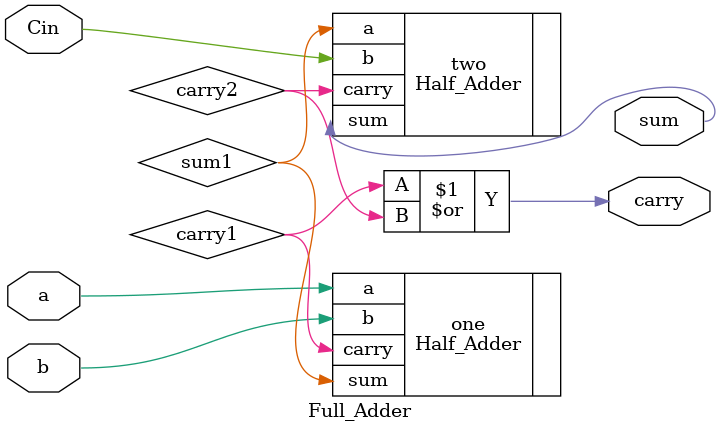
<source format=v>
`timescale 1ns / 1ps


module Full_Adder(
    input a,
    input b,
    input Cin,
    output sum,
    output carry
    );
    
    wire sum1, carry1, carry2;
    
    // First Half Adder
    Half_Adder one(
        .a(a),
        .b(b),
        .sum(sum1),
        .carry(carry1)
    );
    
    // Second Half Adder
    Half_Adder two(
        .a(sum1),
        .b(Cin),
        .sum(sum),//sum is propogates from one instance
        .carry(carry2)
    );
    
    // Final Carry
    assign carry = carry1 | carry2;  // OR the carries from both half adders
    
    
    //or  if no half adder################33
    
    //    module Full_Adder(
    //    input a,
    //    input b,
    //    input Cin,
    //    output sum,
    //    output carry
    //    );
    //    assign sum = a ^ b ^ Cin;
    //    assign carry = (a & b) | (b & Cin) | (Cin & a);
endmodule



</source>
